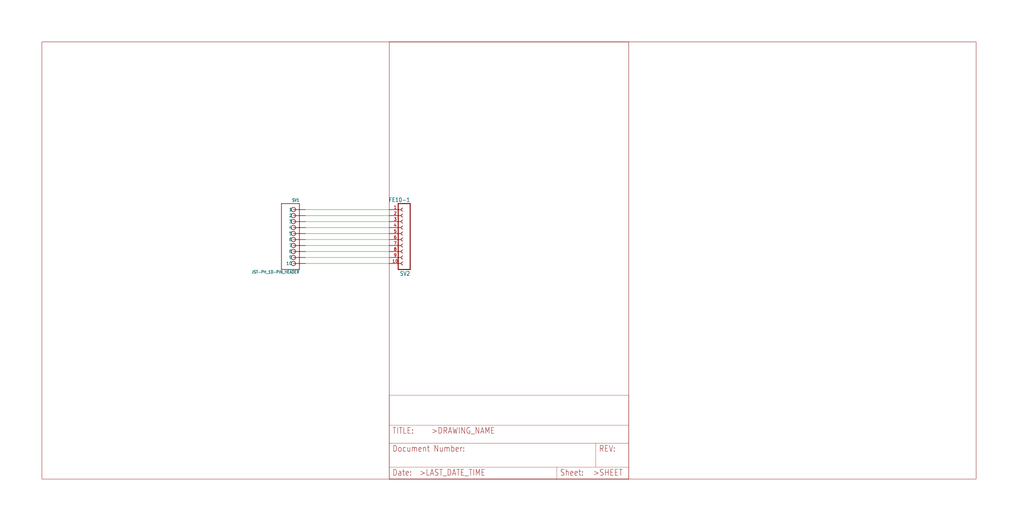
<source format=kicad_sch>
(kicad_sch (version 20211123) (generator eeschema)
  (paper "User" 434.34 223.571)
  (lib_symbols
    (symbol "weaver_sil01-eagle-import:FE10-1"
      (property "Reference" "SV" (at -1.27 16.002 0))
      (property "Value" "FE10-1" (at -1.27 -15.24 0))
      (symbol "FE10-1_1_0"
        (polyline (pts (xy -1.27 15.24) (xy -1.27 -12.7)) (stroke (width 0.4064)))
        (polyline (pts (xy -1.27 15.24) (xy 3.81 15.24)) (stroke (width 0.4064)))
        (polyline (pts (xy 3.81 -12.7) (xy -1.27 -12.7)) (stroke (width 0.4064)))
        (polyline (pts (xy 3.81 -12.7) (xy 3.81 15.24)) (stroke (width 0.4064)))
        (arc (start 1.905 -10.795) (mid 2.54 -10.16) (end 1.905 -9.525) (stroke (width 0.254)))
        (arc (start 1.905 -8.255) (mid 2.54 -7.62) (end 1.905 -6.985) (stroke (width 0.254)))
        (arc (start 1.905 -5.715) (mid 2.54 -5.08) (end 1.905 -4.445) (stroke (width 0.254)))
        (arc (start 1.905 -3.175) (mid 2.54 -2.54) (end 1.905 -1.905) (stroke (width 0.254)))
        (arc (start 1.905 -0.635) (mid 2.54 0) (end 1.905 0.635) (stroke (width 0.254)))
        (arc (start 1.905 1.905) (mid 2.54 2.54) (end 1.905 3.175) (stroke (width 0.254)))
        (arc (start 1.905 4.445) (mid 2.54 5.08) (end 1.905 5.715) (stroke (width 0.254)))
        (arc (start 1.905 6.985) (mid 2.54 7.62) (end 1.905 8.255) (stroke (width 0.254)))
        (arc (start 1.905 9.525) (mid 2.54 10.16) (end 1.905 10.795) (stroke (width 0.254)))
        (arc (start 1.905 12.065) (mid 2.54 12.7) (end 1.905 13.335) (stroke (width 0.254)))
        (pin passive line (at 7.62 -10.16 180) (length 5.08) (name "1") (number "1"))
        (pin passive line (at 7.62 12.7 180) (length 5.08) (name "10") (number "10"))
        (pin passive line (at 7.62 -7.62 180) (length 5.08) (name "2") (number "2"))
        (pin passive line (at 7.62 -5.08 180) (length 5.08) (name "3") (number "3"))
        (pin passive line (at 7.62 -2.54 180) (length 5.08) (name "4") (number "4"))
        (pin passive line (at 7.62 0 180) (length 5.08) (name "5") (number "5"))
        (pin passive line (at 7.62 2.54 180) (length 5.08) (name "6") (number "6"))
        (pin passive line (at 7.62 5.08 180) (length 5.08) (name "7") (number "7"))
        (pin passive line (at 7.62 7.62 180) (length 5.08) (name "8") (number "8"))
        (pin passive line (at 7.62 10.16 180) (length 5.08) (name "9") (number "9"))
      )
    )
    (symbol "weaver_sil01-eagle-import:JST-PH_10-PIN_HEADER"
      (property "Value" "JST-PH_10-PIN_HEADER" (at -5.08 -22.098 0))
      (symbol "JST-PH_10-PIN_HEADER_1_0"
        (circle (center -2.54 -17.78) (radius 0.9158) (stroke (width 0.254)))
        (circle (center -2.54 -15.24) (radius 0.9158) (stroke (width 0.254)))
        (circle (center -2.54 -12.7) (radius 0.9158) (stroke (width 0.254)))
        (circle (center -2.54 -10.16) (radius 0.9158) (stroke (width 0.254)))
        (circle (center -2.54 -7.62) (radius 0.9158) (stroke (width 0.254)))
        (circle (center -2.54 -5.08) (radius 0.9158) (stroke (width 0.254)))
        (circle (center -2.54 -2.54) (radius 0.9158) (stroke (width 0.254)))
        (circle (center -2.54 0) (radius 0.9158) (stroke (width 0.254)))
        (circle (center -2.54 2.54) (radius 0.9158) (stroke (width 0.254)))
        (circle (center -2.54 5.08) (radius 0.9158) (stroke (width 0.254)))
        (polyline (pts (xy -5.08 -20.32) (xy -5.08 7.62)) (stroke (width 0.254)))
        (polyline (pts (xy -5.08 7.62) (xy 2.54 7.62)) (stroke (width 0.254)))
        (polyline (pts (xy 2.54 -20.32) (xy -5.08 -20.32)) (stroke (width 0.254)))
        (polyline (pts (xy 2.54 7.62) (xy 2.54 -20.32)) (stroke (width 0.254)))
        (pin bidirectional line (at -7.62 5.08 0) (length 5.08) (name "1") (number "P1"))
        (pin bidirectional line (at -7.62 -17.78 0) (length 5.08) (name "10") (number "P10"))
        (pin bidirectional line (at -7.62 2.54 0) (length 5.08) (name "2") (number "P2"))
        (pin bidirectional line (at -7.62 0 0) (length 5.08) (name "3") (number "P3"))
        (pin bidirectional line (at -7.62 -2.54 0) (length 5.08) (name "4") (number "P4"))
        (pin bidirectional line (at -7.62 -5.08 0) (length 5.08) (name "5") (number "P5"))
        (pin bidirectional line (at -7.62 -7.62 0) (length 5.08) (name "6") (number "P6"))
        (pin bidirectional line (at -7.62 -10.16 0) (length 5.08) (name "7") (number "P7"))
        (pin bidirectional line (at -7.62 -12.7 0) (length 5.08) (name "8") (number "P8"))
        (pin bidirectional line (at -7.62 -15.24 0) (length 5.08) (name "9") (number "P9"))
      )
    )
    (symbol "weaver_sil01-eagle-import:LETTER_L"
      (symbol "LETTER_L_0_0"
        (polyline (pts (xy 0 0) (xy 248.92 0) (xy 248.92 185.42) (xy 0 185.42) (xy 0 0)))
      )
      (symbol "LETTER_L_2_0"
        (polyline (pts (xy 0 0) (xy 0 5.08)) (stroke (width 0.1016)))
        (polyline (pts (xy 0 0) (xy 71.12 0)) (stroke (width 0.1016)))
        (polyline (pts (xy 0 5.08) (xy 0 15.24)) (stroke (width 0.1016)))
        (polyline (pts (xy 0 5.08) (xy 71.12 5.08)) (stroke (width 0.1016)))
        (polyline (pts (xy 0 15.24) (xy 0 22.86)) (stroke (width 0.1016)))
        (polyline (pts (xy 0 22.86) (xy 0 35.56)) (stroke (width 0.1016)))
        (polyline (pts (xy 0 22.86) (xy 101.6 22.86)) (stroke (width 0.1016)))
        (polyline (pts (xy 71.12 0) (xy 101.6 0)) (stroke (width 0.1016)))
        (polyline (pts (xy 71.12 5.08) (xy 71.12 0)) (stroke (width 0.1016)))
        (polyline (pts (xy 71.12 5.08) (xy 87.63 5.08)) (stroke (width 0.1016)))
        (polyline (pts (xy 87.63 5.08) (xy 101.6 5.08)) (stroke (width 0.1016)))
        (polyline (pts (xy 87.63 15.24) (xy 0 15.24)) (stroke (width 0.1016)))
        (polyline (pts (xy 87.63 15.24) (xy 87.63 5.08)) (stroke (width 0.1016)))
        (polyline (pts (xy 101.6 5.08) (xy 101.6 0)) (stroke (width 0.1016)))
        (polyline (pts (xy 101.6 15.24) (xy 87.63 15.24)) (stroke (width 0.1016)))
        (polyline (pts (xy 101.6 15.24) (xy 101.6 5.08)) (stroke (width 0.1016)))
        (polyline (pts (xy 101.6 22.86) (xy 101.6 15.24)) (stroke (width 0.1016)))
        (polyline (pts (xy 101.6 35.56) (xy 0 35.56)) (stroke (width 0.1016)))
        (polyline (pts (xy 101.6 35.56) (xy 101.6 22.86)) (stroke (width 0.1016)))
        (text ">DRAWING_NAME" (at 17.78 19.05 0) (effects (font (size 2.54 2.159)) (justify left bottom)))
        (text ">LAST_DATE_TIME" (at 12.7 1.27 0) (effects (font (size 2.54 2.159)) (justify left bottom)))
        (text ">SHEET" (at 86.36 1.27 0) (effects (font (size 2.54 2.159)) (justify left bottom)))
        (text "Date:" (at 1.27 1.27 0) (effects (font (size 2.54 2.159)) (justify left bottom)))
        (text "Document Number:" (at 1.27 11.43 0) (effects (font (size 2.54 2.159)) (justify left bottom)))
        (text "REV:" (at 88.9 11.43 0) (effects (font (size 2.54 2.159)) (justify left bottom)))
        (text "Sheet:" (at 72.39 1.27 0) (effects (font (size 2.54 2.159)) (justify left bottom)))
        (text "TITLE:" (at 1.27 19.05 0) (effects (font (size 2.54 2.159)) (justify left bottom)))
      )
    )
  )
  (wire (pts (xy 165.1 96.52) (xy 129.54 96.52)))
  (wire (pts (xy 165.1 109.22) (xy 129.54 109.22)))
  (wire (pts (xy 129.54 91.44) (xy 165.1 91.44)))
  (wire (pts (xy 165.1 101.6) (xy 129.54 101.6)))
  (wire (pts (xy 129.54 88.9) (xy 165.1 88.9)))
  (wire (pts (xy 165.1 99.06) (xy 129.54 99.06)))
  (wire (pts (xy 129.54 111.76) (xy 165.1 111.76)))
  (wire (pts (xy 165.1 93.98) (xy 129.54 93.98)))
  (wire (pts (xy 165.1 106.68) (xy 129.54 106.68)))
  (wire (pts (xy 165.1 104.14) (xy 129.54 104.14)))
  (symbol (lib_id "weaver_sil01-eagle-import:LETTER_L") (at 165.1 203.2 0) (unit 2)
    (property "Reference" "#FRAME1" (effects hide))
    (property "Value" "LETTER_L" (effects hide))
    (property "Footprint" "weaver_sil01:" (effects hide))
  )
  (symbol (lib_id "weaver_sil01-eagle-import:LETTER_L") (at 17.78 203.2 0) (unit 1)
    (property "Reference" "#FRAME1" (effects hide))
    (property "Value" "LETTER_L" (effects hide))
    (property "Footprint" "weaver_sil01:" (effects hide))
  )
  (symbol (lib_id "weaver_sil01-eagle-import:FE10-1") (at 172.72 99.06 180) (unit 1)
    (property "Reference" "SV2" (at 173.99 115.062 0) (effects (font (size 1.778 1.5113)) (justify left bottom)))
    (property "Value" "FE10-1" (at 173.99 83.82 0) (effects (font (size 1.778 1.5113)) (justify left bottom)))
    (property "Footprint" "weaver_sil01:FE10" (effects hide))
  )
  (symbol (lib_id "weaver_sil01-eagle-import:JST-PH_10-PIN_HEADER") (at 121.92 93.98 0) (mirror y) (unit 1)
    (property "Reference" "SV1" (at 127 85.598 0) (effects (font (size 1.27 1.0795)) (justify left bottom)))
    (property "Value" "JST-PH_10-PIN_HEADER" (at 127 116.078 0) (effects (font (size 1.27 1.0795)) (justify left bottom)))
    (property "Footprint" "weaver_sil01:JST_B10B-PH_HEADER" (effects hide))
  )
)
</source>
